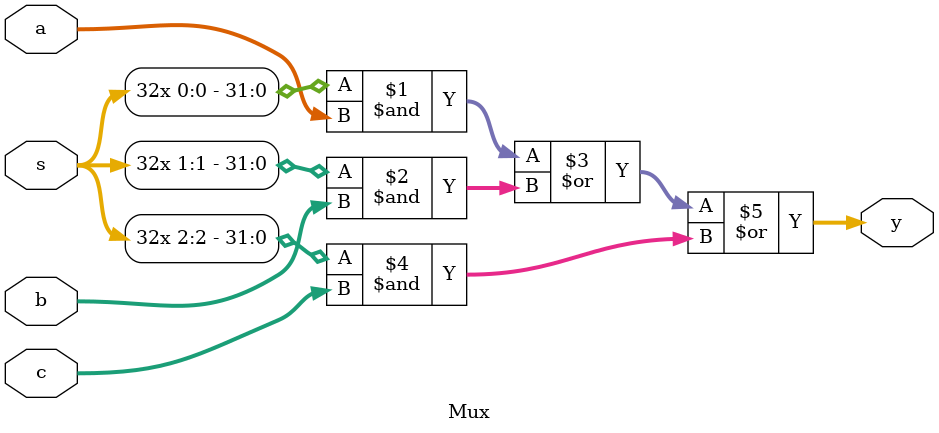
<source format=sv>
`timescale 1ns / 1ps
module Mux
#(
    parameter WIDTH = 32
)(
    input    [WIDTH-1:0]    a,b,c,
    input    [      2:0]    s,//选择信号,独热码
    output   wire [WIDTH-1:0]    y
);
assign  y = {WIDTH{s[0]}}&a | {WIDTH{s[1]}}&b | {WIDTH{s[2]}}&c;
endmodule


</source>
